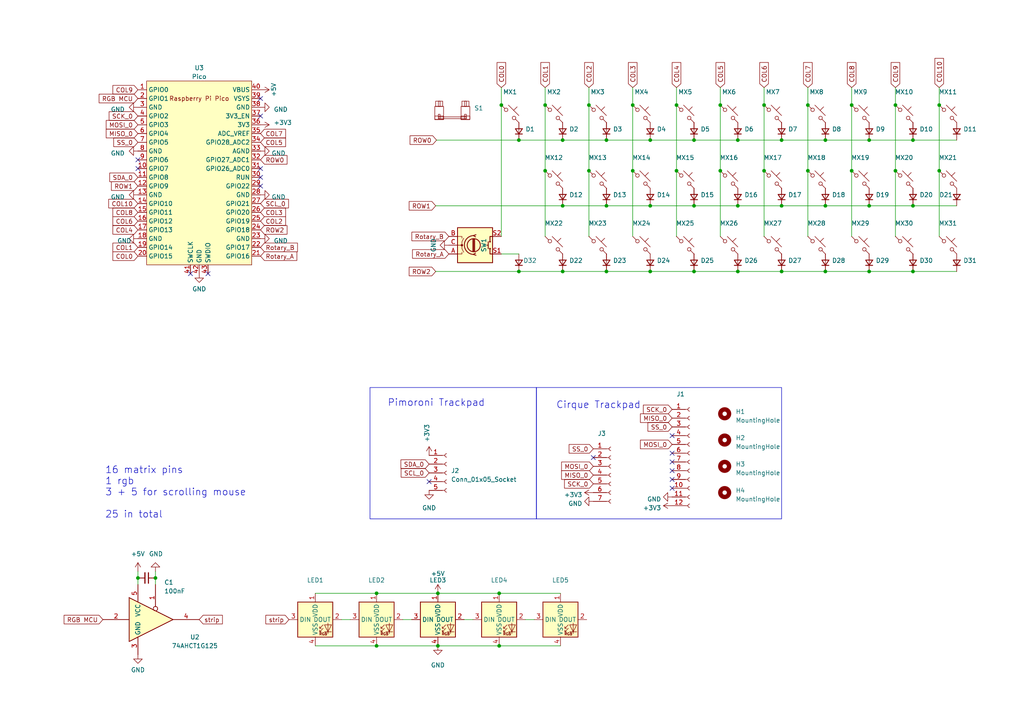
<source format=kicad_sch>
(kicad_sch (version 20230121) (generator eeschema)
  (paper "A4")
  (lib_symbols
    (symbol "74xGxx:74AHCT1G125"
      (property "Reference" "U" (at -2.54 3.81 0))
      (property "Value" "74AHCT1G125" (at 0 -3.81 0))
      (symbol "74AHCT1G125_1_1"
        (pin input inverted (at 0 10.16 270) (length 7.62) (name "~") (number "1"))
        (pin input line (at -15.24 0 0) (length 7.62) (name "~") (number "2"))
        (pin power_in line (at -5.08 -10.16 90) (length 5.08) (name "GND") (number "3"))
        (pin tri_state line (at 12.7 0 180) (length 7.62) (name "~") (number "4"))
        (pin power_in line (at -5.08 10.16 270) (length 5.08) (name "VCC") (number "5"))
      )
    )
    (symbol "Connector:Conn_01x05_Socket" (pin_names (offset 1.016) hide)
      (property "Reference" "J" (at 0 7.62 0))
      (property "Value" "Conn_01x05_Socket" (at 0 -7.62 0))
      (symbol "Conn_01x05_Socket_1_1"
        (pin passive line (at -5.08 5.08 0) (length 3.81) (name "Pin_1") (number "1"))
        (pin passive line (at -5.08 2.54 0) (length 3.81) (name "Pin_2") (number "2"))
        (pin passive line (at -5.08 0 0) (length 3.81) (name "Pin_3") (number "3"))
        (pin passive line (at -5.08 -2.54 0) (length 3.81) (name "Pin_4") (number "4"))
        (pin passive line (at -5.08 -5.08 0) (length 3.81) (name "Pin_5") (number "5"))
      )
    )
    (symbol "Connector:Conn_01x07_Socket" (pin_names (offset 1.016) hide)
      (property "Reference" "J" (at 0 10.16 0))
      (property "Value" "Conn_01x07_Socket" (at 0 -10.16 0))
      (symbol "Conn_01x07_Socket_1_1"
        (pin passive line (at -5.08 7.62 0) (length 3.81) (name "Pin_1") (number "1"))
        (pin passive line (at -5.08 5.08 0) (length 3.81) (name "Pin_2") (number "2"))
        (pin passive line (at -5.08 2.54 0) (length 3.81) (name "Pin_3") (number "3"))
        (pin passive line (at -5.08 0 0) (length 3.81) (name "Pin_4") (number "4"))
        (pin passive line (at -5.08 -2.54 0) (length 3.81) (name "Pin_5") (number "5"))
        (pin passive line (at -5.08 -5.08 0) (length 3.81) (name "Pin_6") (number "6"))
        (pin passive line (at -5.08 -7.62 0) (length 3.81) (name "Pin_7") (number "7"))
      )
    )
    (symbol "Connector:Conn_01x12_Female" (pin_names (offset 1.016) hide)
      (property "Reference" "J" (at 0 15.24 0))
      (property "Value" "Conn_01x12_Female" (at 0 -17.78 0))
      (symbol "Conn_01x12_Female_1_1"
        (pin passive line (at -5.08 12.7 0) (length 3.81) (name "Pin_1") (number "1"))
        (pin passive line (at -5.08 -10.16 0) (length 3.81) (name "Pin_10") (number "10"))
        (pin passive line (at -5.08 -12.7 0) (length 3.81) (name "Pin_11") (number "11"))
        (pin passive line (at -5.08 -15.24 0) (length 3.81) (name "Pin_12") (number "12"))
        (pin passive line (at -5.08 10.16 0) (length 3.81) (name "Pin_2") (number "2"))
        (pin passive line (at -5.08 7.62 0) (length 3.81) (name "Pin_3") (number "3"))
        (pin passive line (at -5.08 5.08 0) (length 3.81) (name "Pin_4") (number "4"))
        (pin passive line (at -5.08 2.54 0) (length 3.81) (name "Pin_5") (number "5"))
        (pin passive line (at -5.08 0 0) (length 3.81) (name "Pin_6") (number "6"))
        (pin passive line (at -5.08 -2.54 0) (length 3.81) (name "Pin_7") (number "7"))
        (pin passive line (at -5.08 -5.08 0) (length 3.81) (name "Pin_8") (number "8"))
        (pin passive line (at -5.08 -7.62 0) (length 3.81) (name "Pin_9") (number "9"))
      )
    )
    (symbol "Device:C_Small" (pin_numbers hide) (pin_names (offset 0.254) hide)
      (property "Reference" "C" (at 0.254 1.778 0))
      (property "Value" "C_Small" (at 0.254 -2.032 0))
      (symbol "C_Small_1_1"
        (pin passive line (at 0 2.54 270) (length 2.032) (name "~") (number "1"))
        (pin passive line (at 0 -2.54 90) (length 2.032) (name "~") (number "2"))
      )
    )
    (symbol "Device:D_Small" (pin_numbers hide) (pin_names (offset 0.254) hide)
      (property "Reference" "D" (at -1.27 2.032 0))
      (property "Value" "D_Small" (at -3.81 -2.032 0))
      (symbol "D_Small_1_1"
        (pin passive line (at -2.54 0 0) (length 1.778) (name "K") (number "1"))
        (pin passive line (at 2.54 0 180) (length 1.778) (name "A") (number "2"))
      )
    )
    (symbol "Device:RotaryEncoder_Switch" (pin_names (offset 0.254) hide)
      (property "Reference" "SW" (at 0 6.604 0))
      (property "Value" "RotaryEncoder_Switch" (at 0 -6.604 0))
      (symbol "RotaryEncoder_Switch_1_1"
        (pin passive line (at -7.62 2.54 0) (length 2.54) (name "A") (number "A"))
        (pin passive line (at -7.62 -2.54 0) (length 2.54) (name "B") (number "B"))
        (pin passive line (at -7.62 0 0) (length 2.54) (name "C") (number "C"))
        (pin passive line (at 7.62 2.54 180) (length 2.54) (name "S1") (number "S1"))
        (pin passive line (at 7.62 -2.54 180) (length 2.54) (name "S2") (number "S2"))
      )
    )
    (symbol "MCU_RaspberryPi_and_Boards:Pico"
      (property "Reference" "U" (at -13.97 27.94 0))
      (property "Value" "Pico" (at 0 19.05 0))
      (symbol "Pico_0_0"
        (text "Raspberry Pi Pico" (at 0 21.59 0) (effects (font (size 1.27 1.27))))
      )
      (symbol "Pico_1_1"
        (pin bidirectional line (at -17.78 24.13 0) (length 2.54) (name "GPIO0") (number "1"))
        (pin bidirectional line (at -17.78 1.27 0) (length 2.54) (name "GPIO7") (number "10"))
        (pin bidirectional line (at -17.78 -1.27 0) (length 2.54) (name "GPIO8") (number "11"))
        (pin bidirectional line (at -17.78 -3.81 0) (length 2.54) (name "GPIO9") (number "12"))
        (pin power_in line (at -17.78 -6.35 0) (length 2.54) (name "GND") (number "13"))
        (pin bidirectional line (at -17.78 -8.89 0) (length 2.54) (name "GPIO10") (number "14"))
        (pin bidirectional line (at -17.78 -11.43 0) (length 2.54) (name "GPIO11") (number "15"))
        (pin bidirectional line (at -17.78 -13.97 0) (length 2.54) (name "GPIO12") (number "16"))
        (pin bidirectional line (at -17.78 -16.51 0) (length 2.54) (name "GPIO13") (number "17"))
        (pin power_in line (at -17.78 -19.05 0) (length 2.54) (name "GND") (number "18"))
        (pin bidirectional line (at -17.78 -21.59 0) (length 2.54) (name "GPIO14") (number "19"))
        (pin bidirectional line (at -17.78 21.59 0) (length 2.54) (name "GPIO1") (number "2"))
        (pin bidirectional line (at -17.78 -24.13 0) (length 2.54) (name "GPIO15") (number "20"))
        (pin bidirectional line (at 17.78 -24.13 180) (length 2.54) (name "GPIO16") (number "21"))
        (pin bidirectional line (at 17.78 -21.59 180) (length 2.54) (name "GPIO17") (number "22"))
        (pin power_in line (at 17.78 -19.05 180) (length 2.54) (name "GND") (number "23"))
        (pin bidirectional line (at 17.78 -16.51 180) (length 2.54) (name "GPIO18") (number "24"))
        (pin bidirectional line (at 17.78 -13.97 180) (length 2.54) (name "GPIO19") (number "25"))
        (pin bidirectional line (at 17.78 -11.43 180) (length 2.54) (name "GPIO20") (number "26"))
        (pin bidirectional line (at 17.78 -8.89 180) (length 2.54) (name "GPIO21") (number "27"))
        (pin power_in line (at 17.78 -6.35 180) (length 2.54) (name "GND") (number "28"))
        (pin bidirectional line (at 17.78 -3.81 180) (length 2.54) (name "GPIO22") (number "29"))
        (pin power_in line (at -17.78 19.05 0) (length 2.54) (name "GND") (number "3"))
        (pin input line (at 17.78 -1.27 180) (length 2.54) (name "RUN") (number "30"))
        (pin bidirectional line (at 17.78 1.27 180) (length 2.54) (name "GPIO26_ADC0") (number "31"))
        (pin bidirectional line (at 17.78 3.81 180) (length 2.54) (name "GPIO27_ADC1") (number "32"))
        (pin power_in line (at 17.78 6.35 180) (length 2.54) (name "AGND") (number "33"))
        (pin bidirectional line (at 17.78 8.89 180) (length 2.54) (name "GPIO28_ADC2") (number "34"))
        (pin power_in line (at 17.78 11.43 180) (length 2.54) (name "ADC_VREF") (number "35"))
        (pin power_in line (at 17.78 13.97 180) (length 2.54) (name "3V3") (number "36"))
        (pin input line (at 17.78 16.51 180) (length 2.54) (name "3V3_EN") (number "37"))
        (pin bidirectional line (at 17.78 19.05 180) (length 2.54) (name "GND") (number "38"))
        (pin power_in line (at 17.78 21.59 180) (length 2.54) (name "VSYS") (number "39"))
        (pin bidirectional line (at -17.78 16.51 0) (length 2.54) (name "GPIO2") (number "4"))
        (pin power_in line (at 17.78 24.13 180) (length 2.54) (name "VBUS") (number "40"))
        (pin input line (at -2.54 -29.21 90) (length 2.54) (name "SWCLK") (number "41"))
        (pin power_in line (at 0 -29.21 90) (length 2.54) (name "GND") (number "42"))
        (pin bidirectional line (at 2.54 -29.21 90) (length 2.54) (name "SWDIO") (number "43"))
        (pin bidirectional line (at -17.78 13.97 0) (length 2.54) (name "GPIO3") (number "5"))
        (pin bidirectional line (at -17.78 11.43 0) (length 2.54) (name "GPIO4") (number "6"))
        (pin bidirectional line (at -17.78 8.89 0) (length 2.54) (name "GPIO5") (number "7"))
        (pin power_in line (at -17.78 6.35 0) (length 2.54) (name "GND") (number "8"))
        (pin bidirectional line (at -17.78 3.81 0) (length 2.54) (name "GPIO6") (number "9"))
      )
    )
    (symbol "Mechanical:MountingHole" (pin_names (offset 1.016))
      (property "Reference" "H" (at 0 5.08 0))
      (property "Value" "MountingHole" (at 0 3.175 0))
    )
    (symbol "PCM_marbastlib-mx:MX_SW_solder" (pin_numbers hide) (pin_names (offset 1.016) hide)
      (property "Reference" "MX" (at 3.048 1.016 0))
      (property "Value" "MX_SW_solder" (at 0 -3.81 0))
      (symbol "MX_SW_solder_0_1"
        (pin passive line (at -2.54 2.54 0) (length 0) (name "1") (number "1"))
        (pin passive line (at 2.54 -2.54 180) (length 0) (name "2") (number "2"))
      )
    )
    (symbol "PCM_marbastlib-mx:MX_stab" (pin_names (offset 1.016))
      (property "Reference" "S" (at -5.08 6.35 0))
      (property "Value" "MX_stab" (at -5.08 3.81 0))
    )
    (symbol "PCM_marbastlib-various:SK6812MINI-E"
      (property "Reference" "LED" (at 2.54 6.35 0))
      (property "Value" "SK6812MINI-E" (at 7.62 -6.35 0))
      (symbol "SK6812MINI-E_0_0"
        (text "RGB" (at 2.286 -4.191 0) (effects (font (size 0.762 0.762))))
      )
      (symbol "SK6812MINI-E_1_1"
        (pin power_in line (at 0 7.62 270) (length 2.54) (name "VDD") (number "1"))
        (pin output line (at 7.62 0 180) (length 2.54) (name "DOUT") (number "2"))
        (pin input line (at -7.62 0 0) (length 2.54) (name "DIN") (number "3"))
        (pin power_in line (at 0 -7.62 90) (length 2.54) (name "VSS") (number "4"))
      )
    )
    (symbol "power:+3V3" (power) (pin_names (offset 0))
      (property "Value" "+3V3" (at 0 3.556 0))
      (symbol "+3V3_1_1"
        (pin power_in line (at 0 0 90) (length 0) hide (name "+3V3") (number "1"))
      )
    )
    (symbol "power:+5V" (power) (pin_names (offset 0))
      (property "Value" "+5V" (at 0 3.556 0))
      (symbol "+5V_1_1"
        (pin power_in line (at 0 0 90) (length 0) hide (name "+5V") (number "1"))
      )
    )
    (symbol "power:GND" (power) (pin_names (offset 0))
      (property "Value" "GND" (at 0 -3.81 0))
      (symbol "GND_1_1"
        (pin power_in line (at 0 0 270) (length 0) hide (name "GND") (number "1"))
      )
    )
  )
  (junction (at 188.595 59.69))
  (junction (at 259.715 30.48))
  (junction (at 221.615 30.48))
  (junction (at 221.615 49.53))
  (junction (at 170.815 30.48))
  (junction (at 188.595 78.74))
  (junction (at 145.415 30.48))
  (junction (at 272.415 30.48))
  (junction (at 175.895 40.64))
  (junction (at 252.095 59.69))
  (junction (at 272.415 49.53))
  (junction (at 163.195 59.69))
  (junction (at 170.815 49.53))
  (junction (at 183.515 30.48))
  (junction (at 144.78 172.085))
  (junction (at 247.015 30.48))
  (junction (at 213.995 59.69))
  (junction (at 226.695 78.74))
  (junction (at 264.795 40.64))
  (junction (at 239.395 78.74))
  (junction (at 234.315 49.53))
  (junction (at 150.495 78.74))
  (junction (at 175.895 59.69))
  (junction (at 213.995 40.64))
  (junction (at 264.795 78.74))
  (junction (at 252.095 40.64))
  (junction (at 239.395 40.64))
  (junction (at 158.115 49.53))
  (junction (at 201.295 40.64))
  (junction (at 226.695 59.69))
  (junction (at 109.22 172.085))
  (junction (at 264.795 59.69))
  (junction (at 196.215 30.48))
  (junction (at 163.195 40.64))
  (junction (at 183.515 49.53))
  (junction (at 234.315 30.48))
  (junction (at 239.395 59.69))
  (junction (at 208.915 30.48))
  (junction (at 40.005 167.64))
  (junction (at 247.015 49.53))
  (junction (at 175.895 78.74))
  (junction (at 163.195 78.74))
  (junction (at 259.715 49.53))
  (junction (at 226.695 40.64))
  (junction (at 196.215 49.53))
  (junction (at 127 172.085))
  (junction (at 201.295 59.69))
  (junction (at 109.22 187.325))
  (junction (at 208.915 49.53))
  (junction (at 127 187.325))
  (junction (at 213.995 78.74))
  (junction (at 144.78 187.325))
  (junction (at 150.495 40.64))
  (junction (at 45.085 167.64))
  (junction (at 201.295 78.74))
  (junction (at 158.115 30.48))
  (junction (at 252.095 78.74))
  (junction (at 188.595 40.64))
  (no_connect (at 172.085 132.715))
  (no_connect (at 75.565 28.575))
  (no_connect (at 194.945 133.985))
  (no_connect (at 194.945 136.525))
  (no_connect (at 75.565 51.435))
  (no_connect (at 124.46 139.7))
  (no_connect (at 75.565 48.895))
  (no_connect (at 55.245 79.375))
  (no_connect (at 60.325 79.375))
  (no_connect (at 194.945 141.605))
  (no_connect (at 194.945 126.365))
  (no_connect (at 194.945 139.065))
  (no_connect (at 194.945 131.445))
  (no_connect (at 40.005 48.895))
  (no_connect (at 75.565 33.655))
  (no_connect (at 75.565 53.975))
  (no_connect (at 40.005 46.355))
  (wire (pts (xy 152.4 179.705) (xy 154.94 179.705)))
  (wire (pts (xy 208.915 49.53) (xy 208.915 68.58)))
  (wire (pts (xy 175.895 78.74) (xy 188.595 78.74)))
  (wire (pts (xy 208.915 25.4) (xy 208.915 30.48)))
  (wire (pts (xy 175.895 59.69) (xy 188.595 59.69)))
  (wire (pts (xy 134.62 179.705) (xy 137.16 179.705)))
  (wire (pts (xy 150.495 78.74) (xy 163.195 78.74)))
  (wire (pts (xy 40.005 165.735) (xy 40.005 167.64)))
  (wire (pts (xy 213.995 59.69) (xy 226.695 59.69)))
  (wire (pts (xy 126.365 59.69) (xy 163.195 59.69)))
  (wire (pts (xy 259.715 30.48) (xy 259.715 49.53)))
  (wire (pts (xy 259.715 25.4) (xy 259.715 30.48)))
  (wire (pts (xy 247.015 49.53) (xy 247.015 68.58)))
  (wire (pts (xy 127 187.325) (xy 144.78 187.325)))
  (wire (pts (xy 188.595 59.69) (xy 201.295 59.69)))
  (wire (pts (xy 183.515 30.48) (xy 183.515 49.53)))
  (wire (pts (xy 116.84 179.705) (xy 119.38 179.705)))
  (wire (pts (xy 163.195 78.74) (xy 175.895 78.74)))
  (wire (pts (xy 145.415 73.66) (xy 150.495 73.66)))
  (wire (pts (xy 213.995 40.64) (xy 226.695 40.64)))
  (wire (pts (xy 201.295 40.64) (xy 213.995 40.64)))
  (wire (pts (xy 188.595 40.64) (xy 201.295 40.64)))
  (wire (pts (xy 213.995 78.74) (xy 226.695 78.74)))
  (wire (pts (xy 234.315 25.4) (xy 234.315 30.48)))
  (wire (pts (xy 45.085 167.64) (xy 45.085 169.545)))
  (wire (pts (xy 264.795 40.64) (xy 277.495 40.64)))
  (wire (pts (xy 145.415 25.4) (xy 145.415 30.48)))
  (wire (pts (xy 201.295 78.74) (xy 213.995 78.74)))
  (wire (pts (xy 158.115 30.48) (xy 158.115 49.53)))
  (wire (pts (xy 196.215 49.53) (xy 196.215 68.58)))
  (wire (pts (xy 40.005 167.64) (xy 40.005 169.545)))
  (wire (pts (xy 234.315 30.48) (xy 234.315 49.53)))
  (wire (pts (xy 170.815 49.53) (xy 170.815 68.58)))
  (wire (pts (xy 188.595 78.74) (xy 201.295 78.74)))
  (wire (pts (xy 226.695 78.74) (xy 239.395 78.74)))
  (wire (pts (xy 158.115 49.53) (xy 158.115 68.58)))
  (wire (pts (xy 163.195 59.69) (xy 175.895 59.69)))
  (wire (pts (xy 91.44 172.085) (xy 109.22 172.085)))
  (wire (pts (xy 221.615 49.53) (xy 221.615 68.58)))
  (wire (pts (xy 126.365 78.74) (xy 150.495 78.74)))
  (wire (pts (xy 175.895 40.64) (xy 188.595 40.64)))
  (wire (pts (xy 221.615 30.48) (xy 221.615 49.53)))
  (wire (pts (xy 196.215 30.48) (xy 196.215 49.53)))
  (wire (pts (xy 127 172.085) (xy 144.78 172.085)))
  (wire (pts (xy 247.015 25.4) (xy 247.015 30.48)))
  (wire (pts (xy 183.515 25.4) (xy 183.515 30.48)))
  (wire (pts (xy 272.415 25.4) (xy 272.415 30.48)))
  (wire (pts (xy 264.795 78.74) (xy 277.495 78.74)))
  (wire (pts (xy 264.795 59.69) (xy 277.495 59.69)))
  (wire (pts (xy 252.095 40.64) (xy 264.795 40.64)))
  (wire (pts (xy 221.615 25.4) (xy 221.615 30.48)))
  (wire (pts (xy 170.815 25.4) (xy 170.815 30.48)))
  (wire (pts (xy 252.095 59.69) (xy 264.795 59.69)))
  (wire (pts (xy 196.215 25.4) (xy 196.215 30.48)))
  (wire (pts (xy 150.495 40.64) (xy 163.195 40.64)))
  (wire (pts (xy 201.295 59.69) (xy 213.995 59.69)))
  (wire (pts (xy 239.395 40.64) (xy 252.095 40.64)))
  (wire (pts (xy 239.395 78.74) (xy 252.095 78.74)))
  (wire (pts (xy 144.78 172.085) (xy 162.56 172.085)))
  (wire (pts (xy 158.115 25.4) (xy 158.115 30.48)))
  (wire (pts (xy 99.06 179.705) (xy 101.6 179.705)))
  (wire (pts (xy 170.815 30.48) (xy 170.815 49.53)))
  (wire (pts (xy 145.415 30.48) (xy 145.415 68.58)))
  (wire (pts (xy 272.415 30.48) (xy 272.415 49.53)))
  (wire (pts (xy 144.78 187.325) (xy 162.56 187.325)))
  (wire (pts (xy 163.195 40.64) (xy 175.895 40.64)))
  (wire (pts (xy 208.915 30.48) (xy 208.915 49.53)))
  (wire (pts (xy 45.085 165.735) (xy 45.085 167.64)))
  (wire (pts (xy 226.695 40.64) (xy 239.395 40.64)))
  (wire (pts (xy 234.315 49.53) (xy 234.315 68.58)))
  (wire (pts (xy 272.415 49.53) (xy 272.415 68.58)))
  (wire (pts (xy 91.44 187.325) (xy 109.22 187.325)))
  (wire (pts (xy 126.619 40.64) (xy 150.495 40.64)))
  (wire (pts (xy 109.22 172.085) (xy 127 172.085)))
  (wire (pts (xy 259.715 49.53) (xy 259.715 68.58)))
  (wire (pts (xy 183.515 49.53) (xy 183.515 68.58)))
  (wire (pts (xy 239.395 59.69) (xy 252.095 59.69)))
  (wire (pts (xy 247.015 30.48) (xy 247.015 49.53)))
  (wire (pts (xy 226.695 59.69) (xy 239.395 59.69)))
  (wire (pts (xy 109.22 187.325) (xy 127 187.325)))
  (wire (pts (xy 252.095 78.74) (xy 264.795 78.74)))
  (rectangle (start 107.315 112.395) (end 155.575 150.495))
  (rectangle (start 155.575 112.395) (end 226.695 150.495))
  (text "Cirque Trackpad\n" (at 161.29 118.745 0) (effects (font (size 2 2)) (justify left bottom)))
  (text "Pimoroni Trackpad\n" (at 112.395 118.11 0) (effects (font (size 2 2)) (justify left bottom)))
  (text "16 matrix pins\n1 rgb\n3 + 5 for scrolling mouse\n\n25 in total\n" (at 30.48 150.495 0) (effects (font (size 2 2)) (justify left bottom)))
  (global_label "SCK_0" (shape input) (at 194.945 118.745 180) (property "Intersheetrefs" "${INTERSHEET_REFS}" (effects hide)))
  (global_label "COL7" (shape input) (at 234.315 25.4 90) (property "Intersheetrefs" "${INTERSHEET_REFS}" (effects hide)))
  (global_label "SCK_0" (shape input) (at 172.085 140.335 180) (property "Intersheetrefs" "${INTERSHEET_REFS}" (effects hide)))
  (global_label "MOSI_0" (shape input) (at 40.005 36.195 180) (property "Intersheetrefs" "${INTERSHEET_REFS}" (effects hide)))
  (global_label "COL2" (shape input) (at 75.565 64.135 0) (property "Intersheetrefs" "${INTERSHEET_REFS}" (effects hide)))
  (global_label "SS_0" (shape input) (at 40.005 41.275 180) (property "Intersheetrefs" "${INTERSHEET_REFS}" (effects hide)))
  (global_label "RGB MCU" (shape input) (at 40.005 28.575 180) (property "Intersheetrefs" "${INTERSHEET_REFS}" (effects hide)))
  (global_label "COL8" (shape input) (at 40.005 61.595 180) (property "Intersheetrefs" "${INTERSHEET_REFS}" (effects hide)))
  (global_label "COL6" (shape input) (at 221.615 25.4 90) (property "Intersheetrefs" "${INTERSHEET_REFS}" (effects hide)))
  (global_label "ROW0" (shape input) (at 75.565 46.355 0) (property "Intersheetrefs" "${INTERSHEET_REFS}" (effects hide)))
  (global_label "ROW2" (shape input) (at 75.565 66.675 0) (property "Intersheetrefs" "${INTERSHEET_REFS}" (effects hide)))
  (global_label "SCL_0" (shape input) (at 75.565 59.055 0) (property "Intersheetrefs" "${INTERSHEET_REFS}" (effects hide)))
  (global_label "COL10" (shape input) (at 272.415 25.4 90) (property "Intersheetrefs" "${INTERSHEET_REFS}" (effects hide)))
  (global_label "Rotary_B" (shape input) (at 130.175 68.58 180) (property "Intersheetrefs" "${INTERSHEET_REFS}" (effects hide)))
  (global_label "SCK_0" (shape input) (at 40.005 33.655 180) (property "Intersheetrefs" "${INTERSHEET_REFS}" (effects hide)))
  (global_label "SCL_0" (shape input) (at 124.46 137.16 180) (property "Intersheetrefs" "${INTERSHEET_REFS}" (effects hide)))
  (global_label "COL6" (shape input) (at 40.005 64.135 180) (property "Intersheetrefs" "${INTERSHEET_REFS}" (effects hide)))
  (global_label "COL9" (shape input) (at 259.715 25.4 90) (property "Intersheetrefs" "${INTERSHEET_REFS}" (effects hide)))
  (global_label "strip" (shape input) (at 83.82 179.705 180) (property "Intersheetrefs" "${INTERSHEET_REFS}" (effects hide)))
  (global_label "COL4" (shape input) (at 40.005 66.675 180) (property "Intersheetrefs" "${INTERSHEET_REFS}" (effects hide)))
  (global_label "SDA_0" (shape input) (at 124.46 134.62 180) (property "Intersheetrefs" "${INTERSHEET_REFS}" (effects hide)))
  (global_label "COL9" (shape input) (at 40.005 26.035 180) (property "Intersheetrefs" "${INTERSHEET_REFS}" (effects hide)))
  (global_label "COL2" (shape input) (at 170.815 25.4 90) (property "Intersheetrefs" "${INTERSHEET_REFS}" (effects hide)))
  (global_label "COL1" (shape input) (at 40.005 71.755 180) (property "Intersheetrefs" "${INTERSHEET_REFS}" (effects hide)))
  (global_label "COL3" (shape input) (at 75.565 61.595 0) (property "Intersheetrefs" "${INTERSHEET_REFS}" (effects hide)))
  (global_label "COL8" (shape input) (at 247.015 25.4 90) (property "Intersheetrefs" "${INTERSHEET_REFS}" (effects hide)))
  (global_label "SDA_0" (shape input) (at 40.005 51.435 180) (property "Intersheetrefs" "${INTERSHEET_REFS}" (effects hide)))
  (global_label "MOSI_0" (shape input) (at 172.085 135.255 180) (property "Intersheetrefs" "${INTERSHEET_REFS}" (effects hide)))
  (global_label "Rotary_A" (shape input) (at 130.175 73.66 180) (property "Intersheetrefs" "${INTERSHEET_REFS}" (effects hide)))
  (global_label "MISO_0" (shape input) (at 40.005 38.735 180) (property "Intersheetrefs" "${INTERSHEET_REFS}" (effects hide)))
  (global_label "COL4" (shape input) (at 196.215 25.4 90) (property "Intersheetrefs" "${INTERSHEET_REFS}" (effects hide)))
  (global_label "Rotary_A" (shape input) (at 75.565 74.295 0) (property "Intersheetrefs" "${INTERSHEET_REFS}" (effects hide)))
  (global_label "RGB MCU" (shape input) (at 29.845 179.705 180) (property "Intersheetrefs" "${INTERSHEET_REFS}" (effects hide)))
  (global_label "MISO_0" (shape input) (at 194.945 121.285 180) (property "Intersheetrefs" "${INTERSHEET_REFS}" (effects hide)))
  (global_label "SS_0" (shape input) (at 194.945 123.825 180) (property "Intersheetrefs" "${INTERSHEET_REFS}" (effects hide)))
  (global_label "COL5" (shape input) (at 75.565 41.275 0) (property "Intersheetrefs" "${INTERSHEET_REFS}" (effects hide)))
  (global_label "strip" (shape input) (at 57.785 179.705 0) (property "Intersheetrefs" "${INTERSHEET_REFS}" (effects hide)))
  (global_label "ROW0" (shape input) (at 126.619 40.64 180) (property "Intersheetrefs" "${INTERSHEET_REFS}" (effects hide)))
  (global_label "COL5" (shape input) (at 208.915 25.4 90) (property "Intersheetrefs" "${INTERSHEET_REFS}" (effects hide)))
  (global_label "ROW1" (shape input) (at 126.365 59.69 180) (property "Intersheetrefs" "${INTERSHEET_REFS}" (effects hide)))
  (global_label "COL10" (shape input) (at 40.005 59.055 180) (property "Intersheetrefs" "${INTERSHEET_REFS}" (effects hide)))
  (global_label "COL0" (shape input) (at 40.005 74.295 180) (property "Intersheetrefs" "${INTERSHEET_REFS}" (effects hide)))
  (global_label "COL7" (shape input) (at 75.565 38.735 0) (property "Intersheetrefs" "${INTERSHEET_REFS}" (effects hide)))
  (global_label "COL0" (shape input) (at 145.415 25.4 90) (property "Intersheetrefs" "${INTERSHEET_REFS}" (effects hide)))
  (global_label "ROW2" (shape input) (at 126.365 78.74 180) (property "Intersheetrefs" "${INTERSHEET_REFS}" (effects hide)))
  (global_label "MISO_0" (shape input) (at 172.085 137.795 180) (property "Intersheetrefs" "${INTERSHEET_REFS}" (effects hide)))
  (global_label "SS_0" (shape input) (at 172.085 130.175 180) (property "Intersheetrefs" "${INTERSHEET_REFS}" (effects hide)))
  (global_label "MOSI_0" (shape input) (at 194.945 128.905 180) (property "Intersheetrefs" "${INTERSHEET_REFS}" (effects hide)))
  (global_label "ROW1" (shape input) (at 40.005 53.975 180) (property "Intersheetrefs" "${INTERSHEET_REFS}" (effects hide)))
  (global_label "COL3" (shape input) (at 183.515 25.4 90) (property "Intersheetrefs" "${INTERSHEET_REFS}" (effects hide)))
  (global_label "Rotary_B" (shape input) (at 75.565 71.755 0) (property "Intersheetrefs" "${INTERSHEET_REFS}" (effects hide)))
  (global_label "COL1" (shape input) (at 158.115 25.4 90) (property "Intersheetrefs" "${INTERSHEET_REFS}" (effects hide)))
  (symbol (lib_id "PCM_marbastlib-various:SK6812MINI-E") (at 127 179.705 0) (unit 1)
    (property "Reference" "LED3" (at 127 168.275 0))
    (property "Value" "SK6812MINI-E" (effects hide))
    (property "Footprint" "PCM_marbastlib-various:LED_6028R" (effects hide))
  )
  (symbol (lib_id "Device:D_Small") (at 175.895 38.1 90) (unit 1)
    (property "Reference" "D3" (at 177.8 37.465 90) (effects (justify right)))
    (property "Value" "D_Small" (effects hide))
    (property "Footprint" "Keebio-Parts:Diode-Hybrid-Back" (effects hide))
    (property "Sim.Device" "D" (effects hide))
    (property "Sim.Pins" "1=K 2=A" (effects hide))
  )
  (symbol (lib_id "power:GND") (at 40.005 43.815 270) (unit 1)
    (property "Reference" "#PWR016" (effects hide))
    (property "Value" "GND" (at 36.195 44.45 90) (effects (justify right)))
  )
  (symbol (lib_id "Mechanical:MountingHole") (at 210.185 135.255 0) (unit 1)
    (property "Reference" "H3" (at 213.36 134.62 0) (effects (justify left)))
    (property "Value" "MountingHole" (at 213.36 137.16 0) (effects (justify left)))
    (property "Footprint" "MountingHole:MountingHole_2.2mm_M2" (effects hide))
  )
  (symbol (lib_id "Device:D_Small") (at 277.495 76.2 90) (unit 1)
    (property "Reference" "D31" (at 279.4 75.565 90) (effects (justify right)))
    (property "Value" "D_Small" (effects hide))
    (property "Footprint" "Keebio-Parts:Diode-Hybrid-Back" (effects hide))
    (property "Sim.Device" "D" (effects hide))
    (property "Sim.Pins" "1=K 2=A" (effects hide))
  )
  (symbol (lib_id "PCM_marbastlib-mx:MX_SW_solder") (at 173.355 71.12 0) (unit 1)
    (property "Reference" "MX23" (at 173.355 64.77 0))
    (property "Value" "MX_SW_solder" (effects hide))
    (property "Footprint" "PCM_marbastlib-mx:SW_MX_1u" (effects hide))
  )
  (symbol (lib_id "power:GND") (at 40.005 69.215 270) (unit 1)
    (property "Reference" "#PWR014" (effects hide))
    (property "Value" "GND" (at 38.1 69.85 90) (effects (justify right)))
  )
  (symbol (lib_id "Mechanical:MountingHole") (at 210.185 120.015 0) (unit 1)
    (property "Reference" "H1" (at 213.36 119.38 0) (effects (justify left)))
    (property "Value" "MountingHole" (at 213.36 121.92 0) (effects (justify left)))
    (property "Footprint" "MountingHole:MountingHole_2.2mm_M2" (effects hide))
  )
  (symbol (lib_id "74xGxx:74AHCT1G125") (at 45.085 179.705 0) (unit 1)
    (property "Reference" "U2" (at 56.515 184.785 0))
    (property "Value" "74AHCT1G125" (at 56.515 187.325 0))
    (property "Footprint" "Package_TO_SOT_SMD:TSOT-23-5_HandSoldering" (effects hide))
    (property "Datasheet" "http://www.ti.com/lit/sg/scyt129e/scyt129e.pdf" (effects hide))
  )
  (symbol (lib_id "PCM_marbastlib-mx:MX_SW_solder") (at 211.455 52.07 0) (unit 1)
    (property "Reference" "MX16" (at 211.455 45.72 0))
    (property "Value" "MX_SW_solder" (effects hide))
    (property "Footprint" "PCM_marbastlib-mx:SW_MX_1u" (effects hide))
  )
  (symbol (lib_id "PCM_marbastlib-mx:MX_SW_solder") (at 274.955 33.02 0) (unit 1)
    (property "Reference" "MX11" (at 274.955 26.67 0))
    (property "Value" "MX_SW_solder" (effects hide))
    (property "Footprint" "PCM_marbastlib-mx:SW_MX_1u" (effects hide))
  )
  (symbol (lib_id "Device:D_Small") (at 201.295 76.2 90) (unit 1)
    (property "Reference" "D25" (at 203.2 75.565 90) (effects (justify right)))
    (property "Value" "D_Small" (effects hide))
    (property "Footprint" "Keebio-Parts:Diode-Hybrid-Back" (effects hide))
    (property "Sim.Device" "D" (effects hide))
    (property "Sim.Pins" "1=K 2=A" (effects hide))
  )
  (symbol (lib_id "power:GND") (at 124.46 142.24 0) (unit 1)
    (property "Reference" "#PWR03" (effects hide))
    (property "Value" "GND" (at 124.46 147.32 0))
  )
  (symbol (lib_id "power:+3V3") (at 75.565 36.195 270) (unit 1)
    (property "Reference" "#PWR04" (effects hide))
    (property "Value" "+3V3" (at 79.375 35.56 90) (effects (justify left)))
  )
  (symbol (lib_id "Device:D_Small") (at 201.295 38.1 90) (unit 1)
    (property "Reference" "D5" (at 203.2 37.465 90) (effects (justify right)))
    (property "Value" "D_Small" (effects hide))
    (property "Footprint" "Keebio-Parts:Diode-Hybrid-Back" (effects hide))
    (property "Sim.Device" "D" (effects hide))
    (property "Sim.Pins" "1=K 2=A" (effects hide))
  )
  (symbol (lib_id "Device:D_Small") (at 213.995 76.2 90) (unit 1)
    (property "Reference" "D26" (at 215.9 75.565 90) (effects (justify right)))
    (property "Value" "D_Small" (effects hide))
    (property "Footprint" "Keebio-Parts:Diode-Hybrid-Back" (effects hide))
    (property "Sim.Device" "D" (effects hide))
    (property "Sim.Pins" "1=K 2=A" (effects hide))
  )
  (symbol (lib_id "power:GND") (at 57.785 79.375 0) (unit 1)
    (property "Reference" "#PWR018" (effects hide))
    (property "Value" "GND" (at 57.785 83.82 0))
  )
  (symbol (lib_id "Device:D_Small") (at 150.495 38.1 90) (unit 1)
    (property "Reference" "D1" (at 152.4 37.465 90) (effects (justify right)))
    (property "Value" "D_Small" (effects hide))
    (property "Footprint" "Keebio-Parts:Diode-Hybrid-Back" (effects hide))
    (property "Sim.Device" "D" (effects hide))
    (property "Sim.Pins" "1=K 2=A" (effects hide))
  )
  (symbol (lib_id "power:+3V3") (at 194.945 146.685 90) (unit 1)
    (property "Reference" "#PWR021" (effects hide))
    (property "Value" "+3V3" (at 191.77 147.32 90) (effects (justify left)))
  )
  (symbol (lib_id "Device:D_Small") (at 252.095 38.1 90) (unit 1)
    (property "Reference" "D9" (at 254 37.465 90) (effects (justify right)))
    (property "Value" "D_Small" (effects hide))
    (property "Footprint" "Keebio-Parts:Diode-Hybrid-Back" (effects hide))
    (property "Sim.Device" "D" (effects hide))
    (property "Sim.Pins" "1=K 2=A" (effects hide))
  )
  (symbol (lib_id "Device:C_Small") (at 42.545 167.64 270) (unit 1)
    (property "Reference" "C1" (at 47.625 168.9162 90) (effects (justify left)))
    (property "Value" "100nF" (at 47.625 171.45 90) (effects (justify left)))
    (property "Footprint" "Capacitor_SMD:C_0805_2012Metric_Pad1.18x1.45mm_HandSolder" (effects hide))
  )
  (symbol (lib_id "Device:D_Small") (at 252.095 76.2 90) (unit 1)
    (property "Reference" "D29" (at 254 75.565 90) (effects (justify right)))
    (property "Value" "D_Small" (effects hide))
    (property "Footprint" "Keebio-Parts:Diode-Hybrid-Back" (effects hide))
    (property "Sim.Device" "D" (effects hide))
    (property "Sim.Pins" "1=K 2=A" (effects hide))
  )
  (symbol (lib_id "MCU_RaspberryPi_and_Boards:Pico") (at 57.785 50.165 0) (unit 1)
    (property "Reference" "U3" (at 57.785 19.685 0))
    (property "Value" "Pico" (at 57.785 22.225 0))
    (property "Footprint" "MCU_RaspberryPi_and_Boards:RPi_Pico_SMD_TH" (effects hide))
  )
  (symbol (lib_id "PCM_marbastlib-mx:MX_stab") (at 131.191 32.131 0) (unit 1)
    (property "Reference" "S1" (at 137.541 31.369 0) (effects (justify left)))
    (property "Value" "MX_stab" (effects hide))
    (property "Footprint" "PCM_marbastlib-mx:STAB_MX_ISO-ROT" (effects hide))
  )
  (symbol (lib_id "power:+5V") (at 40.005 165.735 0) (unit 1)
    (property "Reference" "#PWR07" (effects hide))
    (property "Value" "+5V" (at 40.005 160.655 0))
  )
  (symbol (lib_id "PCM_marbastlib-mx:MX_SW_solder") (at 236.855 33.02 0) (unit 1)
    (property "Reference" "MX8" (at 236.855 26.67 0))
    (property "Value" "MX_SW_solder" (effects hide))
    (property "Footprint" "PCM_marbastlib-mx:SW_MX_1u" (effects hide))
  )
  (symbol (lib_id "Connector:Conn_01x07_Socket") (at 177.165 137.795 0) (unit 1)
    (property "Reference" "J3" (at 173.355 125.73 0) (effects (justify left)))
    (property "Value" "Conn_01x07_Socket" (effects hide))
    (property "Footprint" "Connector_PinHeader_2.54mm:PinHeader_1x07_P2.54mm_Vertical" (effects hide))
  )
  (symbol (lib_id "PCM_marbastlib-mx:MX_SW_solder") (at 236.855 71.12 0) (unit 1)
    (property "Reference" "MX28" (at 236.855 64.77 0))
    (property "Value" "MX_SW_solder" (effects hide))
    (property "Footprint" "PCM_marbastlib-mx:SW_MX_1u" (effects hide))
  )
  (symbol (lib_id "Device:D_Small") (at 201.295 57.15 90) (unit 1)
    (property "Reference" "D15" (at 203.2 56.515 90) (effects (justify right)))
    (property "Value" "D_Small" (effects hide))
    (property "Footprint" "Keebio-Parts:Diode-Hybrid-Back" (effects hide))
    (property "Sim.Device" "D" (effects hide))
    (property "Sim.Pins" "1=K 2=A" (effects hide))
  )
  (symbol (lib_id "Device:D_Small") (at 213.995 57.15 90) (unit 1)
    (property "Reference" "D16" (at 215.9 56.515 90) (effects (justify right)))
    (property "Value" "D_Small" (effects hide))
    (property "Footprint" "Keebio-Parts:Diode-Hybrid-Back" (effects hide))
    (property "Sim.Device" "D" (effects hide))
    (property "Sim.Pins" "1=K 2=A" (effects hide))
  )
  (symbol (lib_id "PCM_marbastlib-mx:MX_SW_solder") (at 262.255 33.02 0) (unit 1)
    (property "Reference" "MX10" (at 262.255 26.67 0))
    (property "Value" "MX_SW_solder" (effects hide))
    (property "Footprint" "PCM_marbastlib-mx:SW_MX_1u" (effects hide))
  )
  (symbol (lib_id "PCM_marbastlib-mx:MX_SW_solder") (at 249.555 33.02 0) (unit 1)
    (property "Reference" "MX9" (at 249.555 26.67 0))
    (property "Value" "MX_SW_solder" (effects hide))
    (property "Footprint" "PCM_marbastlib-mx:SW_MX_1u" (effects hide))
  )
  (symbol (lib_id "power:+3V3") (at 172.085 142.875 90) (unit 1)
    (property "Reference" "#PWR022" (effects hide))
    (property "Value" "+3V3" (at 168.91 143.51 90) (effects (justify left)))
  )
  (symbol (lib_id "PCM_marbastlib-mx:MX_SW_solder") (at 186.055 33.02 0) (unit 1)
    (property "Reference" "MX4" (at 186.055 26.67 0))
    (property "Value" "MX_SW_solder" (effects hide))
    (property "Footprint" "PCM_marbastlib-mx:SW_MX_1u" (effects hide))
  )
  (symbol (lib_id "power:GND") (at 40.005 189.865 0) (unit 1)
    (property "Reference" "#PWR09" (effects hide))
    (property "Value" "GND" (at 40.005 194.31 0))
  )
  (symbol (lib_id "Connector:Conn_01x05_Socket") (at 129.54 137.16 0) (unit 1)
    (property "Reference" "J2" (at 130.81 136.525 0) (effects (justify left)))
    (property "Value" "Conn_01x05_Socket" (at 130.81 139.065 0) (effects (justify left)))
    (property "Footprint" "clacker:pimoroni_trackball Mount Holes" (effects hide))
  )
  (symbol (lib_id "PCM_marbastlib-mx:MX_SW_solder") (at 160.655 52.07 0) (unit 1)
    (property "Reference" "MX12" (at 160.655 45.72 0))
    (property "Value" "MX_SW_solder" (effects hide))
    (property "Footprint" "PCM_marbastlib-mx:SW_MX_1u" (effects hide))
  )
  (symbol (lib_id "PCM_marbastlib-mx:MX_SW_solder") (at 211.455 33.02 0) (unit 1)
    (property "Reference" "MX6" (at 211.455 26.67 0))
    (property "Value" "MX_SW_solder" (effects hide))
    (property "Footprint" "PCM_marbastlib-mx:SW_MX_1u" (effects hide))
  )
  (symbol (lib_id "PCM_marbastlib-mx:MX_SW_solder") (at 198.755 71.12 0) (unit 1)
    (property "Reference" "MX25" (at 198.755 64.77 0))
    (property "Value" "MX_SW_solder" (effects hide))
    (property "Footprint" "PCM_marbastlib-mx:SW_MX_1u" (effects hide))
  )
  (symbol (lib_id "PCM_marbastlib-mx:MX_SW_solder") (at 186.055 71.12 0) (unit 1)
    (property "Reference" "MX24" (at 186.055 64.77 0))
    (property "Value" "MX_SW_solder" (effects hide))
    (property "Footprint" "PCM_marbastlib-mx:SW_MX_1u" (effects hide))
  )
  (symbol (lib_id "Device:D_Small") (at 163.195 76.2 90) (unit 1)
    (property "Reference" "D22" (at 165.1 75.565 90) (effects (justify right)))
    (property "Value" "D_Small" (effects hide))
    (property "Footprint" "Keebio-Parts:Diode-Hybrid-Back" (effects hide))
    (property "Sim.Device" "D" (effects hide))
    (property "Sim.Pins" "1=K 2=A" (effects hide))
  )
  (symbol (lib_id "power:+5V") (at 127 172.085 0) (unit 1)
    (property "Reference" "#PWR01" (effects hide))
    (property "Value" "+5V" (at 127 166.37 0))
  )
  (symbol (lib_id "Device:D_Small") (at 175.895 76.2 90) (unit 1)
    (property "Reference" "D23" (at 177.8 75.565 90) (effects (justify right)))
    (property "Value" "D_Small" (effects hide))
    (property "Footprint" "Keebio-Parts:Diode-Hybrid-Back" (effects hide))
    (property "Sim.Device" "D" (effects hide))
    (property "Sim.Pins" "1=K 2=A" (effects hide))
  )
  (symbol (lib_id "power:GND") (at 75.565 43.815 90) (unit 1)
    (property "Reference" "#PWR011" (effects hide))
    (property "Value" "GND" (at 78.74 44.45 90) (effects (justify right)))
  )
  (symbol (lib_id "PCM_marbastlib-mx:MX_SW_solder") (at 249.555 71.12 0) (unit 1)
    (property "Reference" "MX29" (at 249.555 64.77 0))
    (property "Value" "MX_SW_solder" (effects hide))
    (property "Footprint" "PCM_marbastlib-mx:SW_MX_1u" (effects hide))
  )
  (symbol (lib_id "power:GND") (at 75.565 69.215 90) (unit 1)
    (property "Reference" "#PWR013" (effects hide))
    (property "Value" "GND" (at 79.375 69.85 90) (effects (justify right)))
  )
  (symbol (lib_id "power:GND") (at 45.085 165.735 180) (unit 1)
    (property "Reference" "#PWR08" (effects hide))
    (property "Value" "GND" (at 43.18 160.655 0) (effects (justify right)))
  )
  (symbol (lib_id "power:GND") (at 127 187.325 0) (unit 1)
    (property "Reference" "#PWR05" (effects hide))
    (property "Value" "GND" (at 127 192.913 0))
  )
  (symbol (lib_id "PCM_marbastlib-various:SK6812MINI-E") (at 109.22 179.705 0) (unit 1)
    (property "Reference" "LED2" (at 109.22 168.275 0))
    (property "Value" "SK6812MINI-E" (effects hide))
    (property "Footprint" "PCM_marbastlib-various:LED_6028R" (effects hide))
  )
  (symbol (lib_id "Device:D_Small") (at 277.495 57.15 90) (unit 1)
    (property "Reference" "D21" (at 272.415 56.515 90) (effects (justify right)))
    (property "Value" "D_Small" (effects hide))
    (property "Footprint" "Keebio-Parts:Diode-Hybrid-Back" (effects hide))
    (property "Sim.Device" "D" (effects hide))
    (property "Sim.Pins" "1=K 2=A" (effects hide))
  )
  (symbol (lib_id "PCM_marbastlib-mx:MX_SW_solder") (at 173.355 52.07 0) (unit 1)
    (property "Reference" "MX13" (at 173.355 45.72 0))
    (property "Value" "MX_SW_solder" (effects hide))
    (property "Footprint" "PCM_marbastlib-mx:SW_MX_1u" (effects hide))
  )
  (symbol (lib_id "Device:D_Small") (at 226.695 38.1 90) (unit 1)
    (property "Reference" "D7" (at 228.6 37.465 90) (effects (justify right)))
    (property "Value" "D_Small" (effects hide))
    (property "Footprint" "Keebio-Parts:Diode-Hybrid-Back" (effects hide))
    (property "Sim.Device" "D" (effects hide))
    (property "Sim.Pins" "1=K 2=A" (effects hide))
  )
  (symbol (lib_id "Device:D_Small") (at 264.795 76.2 90) (unit 1)
    (property "Reference" "D30" (at 266.7 75.565 90) (effects (justify right)))
    (property "Value" "D_Small" (effects hide))
    (property "Footprint" "Keebio-Parts:Diode-Hybrid-Back" (effects hide))
    (property "Sim.Device" "D" (effects hide))
    (property "Sim.Pins" "1=K 2=A" (effects hide))
  )
  (symbol (lib_id "Mechanical:MountingHole") (at 210.185 142.875 0) (unit 1)
    (property "Reference" "H4" (at 213.36 142.24 0) (effects (justify left)))
    (property "Value" "MountingHole" (at 213.36 144.78 0) (effects (justify left)))
    (property "Footprint" "MountingHole:MountingHole_2.2mm_M2" (effects hide))
  )
  (symbol (lib_id "PCM_marbastlib-mx:MX_SW_solder") (at 186.055 52.07 0) (unit 1)
    (property "Reference" "MX14" (at 186.055 45.72 0))
    (property "Value" "MX_SW_solder" (effects hide))
    (property "Footprint" "PCM_marbastlib-mx:SW_MX_1u" (effects hide))
  )
  (symbol (lib_id "Device:D_Small") (at 163.195 57.15 90) (unit 1)
    (property "Reference" "D12" (at 165.1 56.515 90) (effects (justify right)))
    (property "Value" "D_Small" (effects hide))
    (property "Footprint" "Keebio-Parts:Diode-Hybrid-Back" (effects hide))
    (property "Sim.Device" "D" (effects hide))
    (property "Sim.Pins" "1=K 2=A" (effects hide))
  )
  (symbol (lib_id "power:GND") (at 194.945 144.145 270) (unit 1)
    (property "Reference" "#PWR020" (effects hide))
    (property "Value" "GND" (at 191.77 144.78 90) (effects (justify right)))
  )
  (symbol (lib_id "power:+3V3") (at 124.46 132.08 0) (unit 1)
    (property "Reference" "#PWR019" (effects hide))
    (property "Value" "+3V3" (at 123.825 128.27 90) (effects (justify left)))
  )
  (symbol (lib_id "Device:D_Small") (at 252.095 57.15 90) (unit 1)
    (property "Reference" "D19" (at 254 56.515 90) (effects (justify right)))
    (property "Value" "D_Small" (effects hide))
    (property "Footprint" "Keebio-Parts:Diode-Hybrid-Back" (effects hide))
    (property "Sim.Device" "D" (effects hide))
    (property "Sim.Pins" "1=K 2=A" (effects hide))
  )
  (symbol (lib_id "Device:D_Small") (at 239.395 76.2 90) (unit 1)
    (property "Reference" "D28" (at 241.3 75.565 90) (effects (justify right)))
    (property "Value" "D_Small" (effects hide))
    (property "Footprint" "Keebio-Parts:Diode-Hybrid-Back" (effects hide))
    (property "Sim.Device" "D" (effects hide))
    (property "Sim.Pins" "1=K 2=A" (effects hide))
  )
  (symbol (lib_id "PCM_marbastlib-mx:MX_SW_solder") (at 198.755 52.07 0) (unit 1)
    (property "Reference" "MX15" (at 198.755 45.72 0))
    (property "Value" "MX_SW_solder" (effects hide))
    (property "Footprint" "PCM_marbastlib-mx:SW_MX_1u" (effects hide))
  )
  (symbol (lib_id "Device:D_Small") (at 226.695 57.15 90) (unit 1)
    (property "Reference" "D17" (at 228.6 56.515 90) (effects (justify right)))
    (property "Value" "D_Small" (effects hide))
    (property "Footprint" "Keebio-Parts:Diode-Hybrid-Back" (effects hide))
    (property "Sim.Device" "D" (effects hide))
    (property "Sim.Pins" "1=K 2=A" (effects hide))
  )
  (symbol (lib_id "PCM_marbastlib-mx:MX_SW_solder") (at 198.755 33.02 0) (unit 1)
    (property "Reference" "MX5" (at 198.755 26.67 0))
    (property "Value" "MX_SW_solder" (effects hide))
    (property "Footprint" "PCM_marbastlib-mx:SW_MX_1u" (effects hide))
  )
  (symbol (lib_id "Device:D_Small") (at 188.595 57.15 90) (unit 1)
    (property "Reference" "D14" (at 190.5 56.515 90) (effects (justify right)))
    (property "Value" "D_Small" (effects hide))
    (property "Footprint" "Keebio-Parts:Diode-Hybrid-Back" (effects hide))
    (property "Sim.Device" "D" (effects hide))
    (property "Sim.Pins" "1=K 2=A" (effects hide))
  )
  (symbol (lib_id "PCM_marbastlib-mx:MX_SW_solder") (at 274.955 52.07 0) (unit 1)
    (property "Reference" "MX21" (at 274.955 45.72 0))
    (property "Value" "MX_SW_solder" (effects hide))
    (property "Footprint" "PCM_marbastlib-mx:SW_MX_1u" (effects hide))
  )
  (symbol (lib_id "PCM_marbastlib-mx:MX_SW_solder") (at 274.955 71.12 0) (unit 1)
    (property "Reference" "MX31" (at 274.955 64.77 0))
    (property "Value" "MX_SW_solder" (effects hide))
    (property "Footprint" "PCM_marbastlib-mx:SW_MX_1u" (effects hide))
  )
  (symbol (lib_id "PCM_marbastlib-various:SK6812MINI-E") (at 144.78 179.705 0) (unit 1)
    (property "Reference" "LED4" (at 144.78 168.275 0))
    (property "Value" "SK6812MINI-E" (effects hide))
    (property "Footprint" "PCM_marbastlib-various:LED_6028R" (effects hide))
  )
  (symbol (lib_id "PCM_marbastlib-mx:MX_SW_solder") (at 160.655 71.12 0) (unit 1)
    (property "Reference" "MX22" (at 160.655 64.77 0))
    (property "Value" "MX_SW_solder" (effects hide))
    (property "Footprint" "PCM_marbastlib-mx:SW_MX_1u" (effects hide))
  )
  (symbol (lib_id "power:GND") (at 40.005 31.115 270) (unit 1)
    (property "Reference" "#PWR017" (effects hide))
    (property "Value" "GND" (at 36.195 31.75 90) (effects (justify right)))
  )
  (symbol (lib_id "Device:D_Small") (at 213.995 38.1 90) (unit 1)
    (property "Reference" "D6" (at 215.9 37.465 90) (effects (justify right)))
    (property "Value" "D_Small" (effects hide))
    (property "Footprint" "Keebio-Parts:Diode-Hybrid-Back" (effects hide))
    (property "Sim.Device" "D" (effects hide))
    (property "Sim.Pins" "1=K 2=A" (effects hide))
  )
  (symbol (lib_id "Device:D_Small") (at 188.595 38.1 90) (unit 1)
    (property "Reference" "D4" (at 190.5 37.465 90) (effects (justify right)))
    (property "Value" "D_Small" (effects hide))
    (property "Footprint" "Keebio-Parts:Diode-Hybrid-Back" (effects hide))
    (property "Sim.Device" "D" (effects hide))
    (property "Sim.Pins" "1=K 2=A" (effects hide))
  )
  (symbol (lib_id "PCM_marbastlib-mx:MX_SW_solder") (at 160.655 33.02 0) (unit 1)
    (property "Reference" "MX2" (at 160.655 26.67 0))
    (property "Value" "MX_SW_solder" (effects hide))
    (property "Footprint" "PCM_marbastlib-mx:SW_MX_1u" (effects hide))
  )
  (symbol (lib_id "PCM_marbastlib-mx:MX_SW_solder") (at 236.855 52.07 0) (unit 1)
    (property "Reference" "MX18" (at 236.855 45.72 0))
    (property "Value" "MX_SW_solder" (effects hide))
    (property "Footprint" "PCM_marbastlib-mx:SW_MX_1u" (effects hide))
  )
  (symbol (lib_id "PCM_marbastlib-various:SK6812MINI-E") (at 162.56 179.705 0) (unit 1)
    (property "Reference" "LED5" (at 162.56 168.275 0))
    (property "Value" "SK6812MINI-E" (effects hide))
    (property "Footprint" "PCM_marbastlib-various:LED_6028R" (effects hide))
  )
  (symbol (lib_id "Device:D_Small") (at 188.595 76.2 90) (unit 1)
    (property "Reference" "D24" (at 190.5 75.565 90) (effects (justify right)))
    (property "Value" "D_Small" (effects hide))
    (property "Footprint" "Keebio-Parts:Diode-Hybrid-Back" (effects hide))
    (property "Sim.Device" "D" (effects hide))
    (property "Sim.Pins" "1=K 2=A" (effects hide))
  )
  (symbol (lib_id "Device:D_Small") (at 175.895 57.15 90) (unit 1)
    (property "Reference" "D13" (at 177.8 56.515 90) (effects (justify right)))
    (property "Value" "D_Small" (effects hide))
    (property "Footprint" "Keebio-Parts:Diode-Hybrid-Back" (effects hide))
    (property "Sim.Device" "D" (effects hide))
    (property "Sim.Pins" "1=K 2=A" (effects hide))
  )
  (symbol (lib_id "PCM_marbastlib-mx:MX_SW_solder") (at 262.255 71.12 0) (unit 1)
    (property "Reference" "MX30" (at 262.255 64.77 0))
    (property "Value" "MX_SW_solder" (effects hide))
    (property "Footprint" "PCM_marbastlib-mx:SW_MX_1u" (effects hide))
  )
  (symbol (lib_id "Device:D_Small") (at 226.695 76.2 90) (unit 1)
    (property "Reference" "D27" (at 228.6 75.565 90) (effects (justify right)))
    (property "Value" "D_Small" (effects hide))
    (property "Footprint" "Keebio-Parts:Diode-Hybrid-Back" (effects hide))
    (property "Sim.Device" "D" (effects hide))
    (property "Sim.Pins" "1=K 2=A" (effects hide))
  )
  (symbol (lib_id "Mechanical:MountingHole") (at 210.185 127.635 0) (unit 1)
    (property "Reference" "H2" (at 213.36 127 0) (effects (justify left)))
    (property "Value" "MountingHole" (at 213.36 129.54 0) (effects (justify left)))
    (property "Footprint" "MountingHole:MountingHole_2.2mm_M2" (effects hide))
  )
  (symbol (lib_id "power:GND") (at 172.085 145.415 270) (unit 1)
    (property "Reference" "#PWR023" (effects hide))
    (property "Value" "GND" (at 168.91 146.05 90) (effects (justify right)))
  )
  (symbol (lib_id "PCM_marbastlib-mx:MX_SW_solder") (at 224.155 33.02 0) (unit 1)
    (property "Reference" "MX7" (at 224.155 26.67 0))
    (property "Value" "MX_SW_solder" (effects hide))
    (property "Footprint" "PCM_marbastlib-mx:SW_MX_1u" (effects hide))
  )
  (symbol (lib_id "Device:RotaryEncoder_Switch") (at 137.795 71.12 0) (mirror x) (unit 1)
    (property "Reference" "SW1" (at 140.335 71.12 90))
    (property "Value" "RotaryEncoder_Switch" (effects hide))
    (property "Footprint" "Keebio-Parts:RotaryEncoder_EC11" (effects hide))
  )
  (symbol (lib_id "PCM_marbastlib-mx:MX_SW_solder") (at 211.455 71.12 0) (unit 1)
    (property "Reference" "MX26" (at 211.455 64.77 0))
    (property "Value" "MX_SW_solder" (effects hide))
    (property "Footprint" "PCM_marbastlib-mx:SW_MX_1u" (effects hide))
  )
  (symbol (lib_id "power:GND") (at 75.565 56.515 90) (unit 1)
    (property "Reference" "#PWR012" (effects hide))
    (property "Value" "GND" (at 78.74 57.15 90) (effects (justify right)))
  )
  (symbol (lib_id "PCM_marbastlib-mx:MX_SW_solder") (at 249.555 52.07 0) (unit 1)
    (property "Reference" "MX19" (at 249.555 45.72 0))
    (property "Value" "MX_SW_solder" (effects hide))
    (property "Footprint" "PCM_marbastlib-mx:SW_MX_1u" (effects hide))
  )
  (symbol (lib_id "Device:D_Small") (at 239.395 57.15 90) (unit 1)
    (property "Reference" "D18" (at 241.3 56.515 90) (effects (justify right)))
    (property "Value" "D_Small" (effects hide))
    (property "Footprint" "Keebio-Parts:Diode-Hybrid-Back" (effects hide))
    (property "Sim.Device" "D" (effects hide))
    (property "Sim.Pins" "1=K 2=A" (effects hide))
  )
  (symbol (lib_id "Device:D_Small") (at 277.495 38.1 90) (unit 1)
    (property "Reference" "D11" (at 279.4 37.465 90) (effects (justify right)))
    (property "Value" "D_Small" (effects hide))
    (property "Footprint" "Keebio-Parts:Diode-Hybrid-Back" (effects hide))
    (property "Sim.Device" "D" (effects hide))
    (property "Sim.Pins" "1=K 2=A" (effects hide))
  )
  (symbol (lib_id "power:GND") (at 75.565 31.115 90) (unit 1)
    (property "Reference" "#PWR010" (effects hide))
    (property "Value" "GND" (at 79.375 31.75 90) (effects (justify right)))
  )
  (symbol (lib_id "Device:D_Small") (at 163.195 38.1 90) (unit 1)
    (property "Reference" "D2" (at 165.1 37.465 90) (effects (justify right)))
    (property "Value" "D_Small" (effects hide))
    (property "Footprint" "Keebio-Parts:Diode-Hybrid-Back" (effects hide))
    (property "Sim.Device" "D" (effects hide))
    (property "Sim.Pins" "1=K 2=A" (effects hide))
  )
  (symbol (lib_id "Device:D_Small") (at 150.495 76.2 90) (unit 1)
    (property "Reference" "D32" (at 151.765 75.565 90) (effects (justify right)))
    (property "Value" "D_Small" (effects hide))
    (property "Footprint" "Keebio-Parts:Diode-Hybrid-Back" (effects hide))
    (property "Sim.Device" "D" (effects hide))
    (property "Sim.Pins" "1=K 2=A" (effects hide))
  )
  (symbol (lib_id "Device:D_Small") (at 264.795 57.15 90) (unit 1)
    (property "Reference" "D20" (at 266.7 56.515 90) (effects (justify right)))
    (property "Value" "D_Small" (effects hide))
    (property "Footprint" "Keebio-Parts:Diode-Hybrid-Back" (effects hide))
    (property "Sim.Device" "D" (effects hide))
    (property "Sim.Pins" "1=K 2=A" (effects hide))
  )
  (symbol (lib_id "PCM_marbastlib-mx:MX_SW_solder") (at 262.255 52.07 0) (unit 1)
    (property "Reference" "MX20" (at 262.255 45.72 0))
    (property "Value" "MX_SW_solder" (effects hide))
    (property "Footprint" "PCM_marbastlib-mx:SW_MX_1u" (effects hide))
  )
  (symbol (lib_id "Device:D_Small") (at 239.395 38.1 90) (unit 1)
    (property "Reference" "D8" (at 241.3 37.465 90) (effects (justify right)))
    (property "Value" "D_Small" (effects hide))
    (property "Footprint" "Keebio-Parts:Diode-Hybrid-Back" (effects hide))
    (property "Sim.Device" "D" (effects hide))
    (property "Sim.Pins" "1=K 2=A" (effects hide))
  )
  (symbol (lib_id "Connector:Conn_01x12_Female") (at 200.025 131.445 0) (unit 1)
    (property "Reference" "J1" (at 196.215 114.3 0) (effects (justify left)))
    (property "Value" "Conn_01x12_Female" (effects hide))
    (property "Footprint" "clacker:vik-cirque-connector-horizontal" (effects hide))
  )
  (symbol (lib_id "power:+5V") (at 75.565 26.035 270) (unit 1)
    (property "Reference" "#PWR02" (effects hide))
    (property "Value" "+5V" (at 79.375 26.035 0))
  )
  (symbol (lib_id "PCM_marbastlib-mx:MX_SW_solder") (at 173.355 33.02 0) (unit 1)
    (property "Reference" "MX3" (at 173.355 26.67 0))
    (property "Value" "MX_SW_solder" (effects hide))
    (property "Footprint" "PCM_marbastlib-mx:SW_MX_1u" (effects hide))
  )
  (symbol (lib_id "PCM_marbastlib-various:SK6812MINI-E") (at 91.44 179.705 0) (unit 1)
    (property "Reference" "LED1" (at 91.44 168.275 0))
    (property "Value" "SK6812MINI-E" (effects hide))
    (property "Footprint" "PCM_marbastlib-various:LED_6028R" (effects hide))
  )
  (symbol (lib_id "PCM_marbastlib-mx:MX_SW_solder") (at 224.155 52.07 0) (unit 1)
    (property "Reference" "MX17" (at 224.155 45.72 0))
    (property "Value" "MX_SW_solder" (effects hide))
    (property "Footprint" "PCM_marbastlib-mx:SW_MX_1u" (effects hide))
  )
  (symbol (lib_id "PCM_marbastlib-mx:MX_SW_solder") (at 147.955 33.02 0) (unit 1)
    (property "Reference" "MX1" (at 147.955 26.67 0))
    (property "Value" "MX_SW_solder" (effects hide))
    (property "Footprint" "PCM_marbastlib-mx:SW_MX_1u" (effects hide))
  )
  (symbol (lib_id "Device:D_Small") (at 264.795 38.1 90) (unit 1)
    (property "Reference" "D10" (at 266.7 37.465 90) (effects (justify right)))
    (property "Value" "D_Small" (effects hide))
    (property "Footprint" "Keebio-Parts:Diode-Hybrid-Back" (effects hide))
    (property "Sim.Device" "D" (effects hide))
    (property "Sim.Pins" "1=K 2=A" (effects hide))
  )
  (symbol (lib_id "power:GND") (at 40.005 56.515 270) (unit 1)
    (property "Reference" "#PWR015" (effects hide))
    (property "Value" "GND" (at 36.195 57.15 90) (effects (justify right)))
  )
  (symbol (lib_id "power:GND") (at 130.175 71.12 270) (unit 1)
    (property "Reference" "#PWR06" (effects hide))
    (property "Value" "GND" (at 125.73 71.12 0))
  )
  (symbol (lib_id "PCM_marbastlib-mx:MX_SW_solder") (at 224.155 71.12 0) (unit 1)
    (property "Reference" "MX27" (at 224.155 64.77 0))
    (property "Value" "MX_SW_solder" (effects hide))
    (property "Footprint" "PCM_marbastlib-mx:SW_MX_1u" (effects hide))
  )
)
</source>
